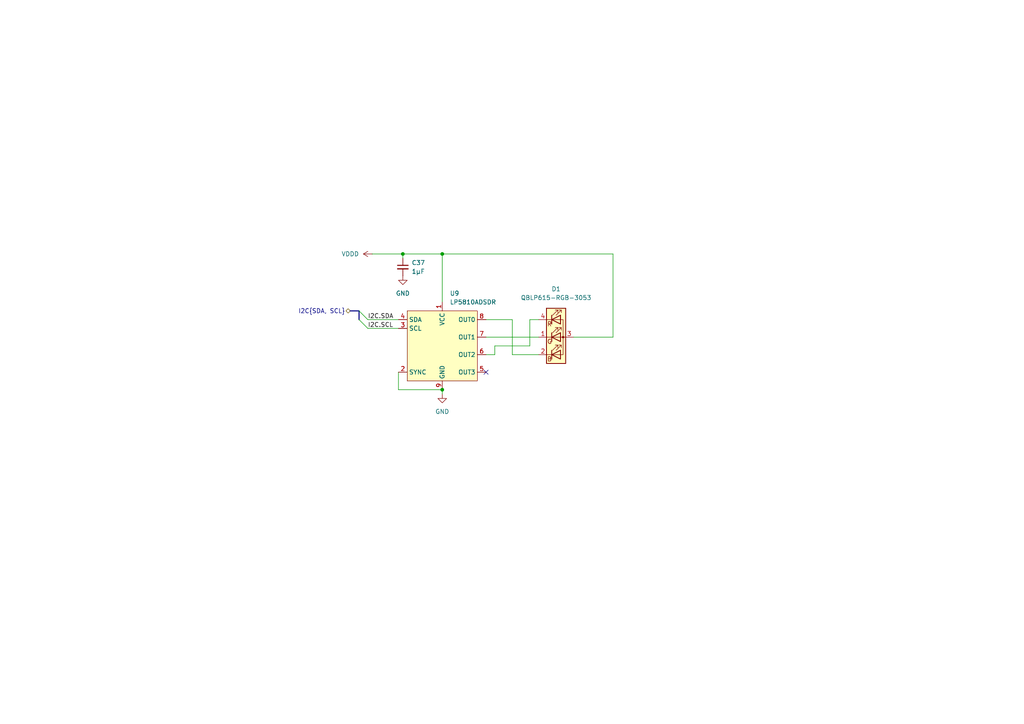
<source format=kicad_sch>
(kicad_sch (version 20231120) (generator "eeschema") (generator_version "8.0")
  (paper "A4")
  (title_block (title "RGB LED"))
  (lib_symbols
    (symbol "Device:C_Small" (pin_numbers hide) (pin_names (offset 0.254) hide)
      (property "Reference" "C" (at 0.254 1.778 0))
      (property "Value" "C_Small" (at 0.254 -2.032 0))
      (symbol "C_Small_0_1"
        (polyline (pts (xy -1.524 -0.508) (xy 1.524 -0.508)) (stroke (width 0.3302)))
        (polyline (pts (xy -1.524 0.508) (xy 1.524 0.508)) (stroke (width 0.3048)))
      )
      (symbol "C_Small_1_1"
        (pin passive line (at 0 2.54 270) (length 2.032) (name "~") (number "1"))
        (pin passive line (at 0 -2.54 90) (length 2.032) (name "~") (number "2"))
      )
    )
    (symbol "Device:LED_GBAR" (pin_names (offset 0) hide)
      (property "Reference" "D" (at 0 9.398 0))
      (property "Value" "LED_GBAR" (at 0 -8.89 0))
      (symbol "LED_GBAR_0_0"
        (text "B" (at -1.905 -6.35 0) (effects (font (size 1.27 1.27))))
        (text "G" (at -1.905 -1.27 0) (effects (font (size 1.27 1.27))))
        (text "R" (at -1.905 3.81 0) (effects (font (size 1.27 1.27))))
      )
      (symbol "LED_GBAR_0_1"
        (polyline (pts (xy -1.27 -5.08) (xy -2.54 -5.08)))
        (polyline (pts (xy -1.27 -5.08) (xy 1.27 -5.08)))
        (polyline (pts (xy -1.27 -3.81) (xy -1.27 -6.35)) (stroke (width 0.254)))
        (polyline (pts (xy -1.27 0) (xy -2.54 0)))
        (polyline (pts (xy -1.27 1.27) (xy -1.27 -1.27)) (stroke (width 0.254)))
        (polyline (pts (xy -1.27 5.08) (xy -2.54 5.08)))
        (polyline (pts (xy -1.27 5.08) (xy 1.27 5.08)))
        (polyline (pts (xy -1.27 6.35) (xy -1.27 3.81)) (stroke (width 0.254)))
        (polyline (pts (xy 1.27 0) (xy -1.27 0)))
        (polyline (pts (xy 1.27 0) (xy 2.54 0)))
        (polyline (pts (xy -1.27 1.27) (xy -1.27 -1.27) (xy -1.27 -1.27)))
        (polyline (pts (xy -1.27 6.35) (xy -1.27 3.81) (xy -1.27 3.81)))
        (polyline (pts (xy 1.27 -5.08) (xy 2.032 -5.08) (xy 2.032 5.08) (xy 1.27 5.08)))
        (polyline (pts (xy 1.27 -3.81) (xy 1.27 -6.35) (xy -1.27 -5.08) (xy 1.27 -3.81)) (stroke (width 0.254)))
        (polyline (pts (xy 1.27 1.27) (xy 1.27 -1.27) (xy -1.27 0) (xy 1.27 1.27)) (stroke (width 0.254)))
        (polyline (pts (xy 1.27 6.35) (xy 1.27 3.81) (xy -1.27 5.08) (xy 1.27 6.35)) (stroke (width 0.254)))
        (polyline (pts (xy -1.016 -3.81) (xy 0.508 -2.286) (xy -0.254 -2.286) (xy 0.508 -2.286) (xy 0.508 -3.048)))
        (polyline (pts (xy -1.016 1.27) (xy 0.508 2.794) (xy -0.254 2.794) (xy 0.508 2.794) (xy 0.508 2.032)))
        (polyline (pts (xy -1.016 6.35) (xy 0.508 7.874) (xy -0.254 7.874) (xy 0.508 7.874) (xy 0.508 7.112)))
        (polyline (pts (xy 0 -3.81) (xy 1.524 -2.286) (xy 0.762 -2.286) (xy 1.524 -2.286) (xy 1.524 -3.048)))
        (polyline (pts (xy 0 1.27) (xy 1.524 2.794) (xy 0.762 2.794) (xy 1.524 2.794) (xy 1.524 2.032)))
        (polyline (pts (xy 0 6.35) (xy 1.524 7.874) (xy 0.762 7.874) (xy 1.524 7.874) (xy 1.524 7.112)))
        (rectangle (start 1.27 -1.27) (end 1.27 1.27))
        (rectangle (start 1.27 1.27) (end 1.27 1.27))
        (rectangle (start 1.27 3.81) (end 1.27 6.35))
        (rectangle (start 1.27 6.35) (end 1.27 6.35))
        (circle (center 2.032 0) (radius 0.254) (fill (type outline)))
        (rectangle (start 2.794 8.382) (end -2.794 -7.62) (stroke (width 0.254)) (fill (type background)))
      )
      (symbol "LED_GBAR_1_1"
        (pin passive line (at -5.08 0 0) (length 2.54) (name "GK") (number "1"))
        (pin passive line (at -5.08 -5.08 0) (length 2.54) (name "BK") (number "2"))
        (pin passive line (at 5.08 0 180) (length 2.54) (name "A") (number "3"))
        (pin passive line (at -5.08 5.08 0) (length 2.54) (name "RK") (number "4"))
      )
    )
    (symbol "power:GND" (power) (pin_numbers hide) (pin_names (offset 0) hide)
      (property "Value" "GND" (at 0 -3.81 0))
      (symbol "GND_0_1"
        (polyline (pts (xy 0 0) (xy 0 -1.27) (xy 1.27 -1.27) (xy 0 -2.54) (xy -1.27 -1.27) (xy 0 -1.27)))
      )
      (symbol "GND_1_1"
        (pin power_in line (at 0 0 270) (length 0) (name "~") (number "1"))
      )
    )
    (symbol "power:VCC" (power) (pin_numbers hide) (pin_names (offset 0) hide)
      (property "Value" "VCC" (at 0 3.556 0))
      (symbol "VCC_0_1"
        (polyline (pts (xy -0.762 1.27) (xy 0 2.54)))
        (polyline (pts (xy 0 0) (xy 0 2.54)))
        (polyline (pts (xy 0 2.54) (xy 0.762 1.27)))
      )
      (symbol "VCC_1_1"
        (pin power_in line (at 0 0 90) (length 0) (name "~") (number "1"))
      )
    )
    (symbol "zeus-le:LP5810xDSDR"
      (property "Reference" "U" (at -9.398 11.176 0))
      (property "Value" "LP5810xDSDR" (at 0 0 0))
      (symbol "LP5810xDSDR_1_1"
        (rectangle (start -10.16 10.16) (end 10.16 -10.16) (fill (type background)))
        (pin power_in line (at 0 12.7 270) (length 2.54) (name "VCC") (number "1"))
        (pin bidirectional line (at -12.7 -7.62 0) (length 2.54) (name "SYNC") (number "2"))
        (pin input line (at -12.7 5.08 0) (length 2.54) (name "SCL") (number "3"))
        (pin bidirectional line (at -12.7 7.62 0) (length 2.54) (name "SDA") (number "4"))
        (pin output line (at 12.7 -7.62 180) (length 2.54) (name "OUT3") (number "5"))
        (pin output line (at 12.7 -2.54 180) (length 2.54) (name "OUT2") (number "6"))
        (pin output line (at 12.7 2.54 180) (length 2.54) (name "OUT1") (number "7"))
        (pin output line (at 12.7 7.62 180) (length 2.54) (name "OUT0") (number "8"))
        (pin power_in line (at 0 -12.7 90) (length 2.54) (name "GND") (number "9"))
      )
    )
  )
  (junction (at 128.27 113.03))
  (junction (at 116.84 73.66))
  (junction (at 128.27 73.66))
  (no_connect (at 140.97 107.95))
  (bus_entry (at 104.14 90.17) (size 2.54 2.54))
  (bus_entry (at 104.14 92.71) (size 2.54 2.54))
  (wire (pts (xy 128.27 114.3) (xy 128.27 113.03)))
  (wire (pts (xy 116.84 74.93) (xy 116.84 73.66)))
  (wire (pts (xy 177.8 97.79) (xy 166.37 97.79)))
  (wire (pts (xy 128.27 73.66) (xy 128.27 87.63)))
  (wire (pts (xy 143.51 102.87) (xy 140.97 102.87)))
  (wire (pts (xy 153.67 92.71) (xy 156.21 92.71)))
  (wire (pts (xy 143.51 100.33) (xy 153.67 100.33)))
  (wire (pts (xy 106.68 92.71) (xy 115.57 92.71)))
  (wire (pts (xy 115.57 113.03) (xy 115.57 107.95)))
  (wire (pts (xy 128.27 113.03) (xy 115.57 113.03)))
  (wire (pts (xy 140.97 92.71) (xy 148.59 92.71)))
  (wire (pts (xy 177.8 73.66) (xy 177.8 97.79)))
  (bus (pts (xy 101.6 90.17) (xy 104.14 90.17)))
  (wire (pts (xy 148.59 92.71) (xy 148.59 102.87)))
  (wire (pts (xy 153.67 100.33) (xy 153.67 92.71)))
  (wire (pts (xy 128.27 73.66) (xy 177.8 73.66)))
  (wire (pts (xy 106.68 95.25) (xy 115.57 95.25)))
  (bus (pts (xy 104.14 92.71) (xy 104.14 90.17)))
  (wire (pts (xy 143.51 102.87) (xy 143.51 100.33)))
  (wire (pts (xy 140.97 97.79) (xy 156.21 97.79)))
  (wire (pts (xy 107.95 73.66) (xy 116.84 73.66)))
  (wire (pts (xy 148.59 102.87) (xy 156.21 102.87)))
  (wire (pts (xy 116.84 73.66) (xy 128.27 73.66)))
  (label "I2C.SDA" (at 106.68 92.71 0))
  (label "I2C.SCL" (at 106.68 95.25 0))
  (hierarchical_label "I2C{SDA, SCL}" (shape bidirectional) (at 101.6 90.17 180))
  (symbol (lib_id "Device:LED_GBAR") (at 161.29 97.79 0) (unit 1)
    (property "Reference" "D1" (at 161.29 83.82 0))
    (property "Value" "QBLP615-RGB-3053" (at 161.29 86.36 0))
    (property "Footprint" "zeus-le:LED_QBLP615-RGB-3053" (effects (hide yes)))
    (property "Description" "RGB LED, green/blue/anode/red" (effects (hide yes)))
  )
  (symbol (lib_id "zeus-le:LP5810xDSDR") (at 128.27 100.33 0) (unit 1)
    (property "Reference" "U9" (at 130.4641 85.09 0) (effects (justify left)))
    (property "Value" "LP5810ADSDR" (at 130.4641 87.63 0) (effects (justify left)))
    (property "Footprint" "zeus-le:WSON-8-1EP_3x3mm_P0.65mm_EP1.65x2.4mm_ThermalVias" (effects (hide yes)))
    (property "Datasheet" "https://www.ti.com/lit/ds/symlink/lp5810.pdf" (effects (hide yes)))
    (property "Description" "4-Channel RGBW LED Driver with Autonomous Control" (effects (hide yes)))
  )
  (symbol (lib_id "power:VCC") (at 107.95 73.66 90) (mirror x) (unit 1)
    (property "Reference" "#PWR080" (effects (hide yes)))
    (property "Value" "VDDD" (at 104.14 73.6599 90) (effects (justify left)))
    (property "Description" "Digital supply, 3.4V" (effects (hide yes)))
  )
  (symbol (lib_id "power:GND") (at 116.84 80.01 0) (unit 1)
    (property "Reference" "#PWR081" (effects (hide yes)))
    (property "Value" "GND" (at 116.84 85.09 0))
    (property "Description" "Power symbol creates a global label with name \"GND\" , ground" (effects (hide yes)))
  )
  (symbol (lib_id "power:GND") (at 128.27 114.3 0) (unit 1)
    (property "Reference" "#PWR082" (effects (hide yes)))
    (property "Value" "GND" (at 128.27 119.38 0))
    (property "Description" "Power symbol creates a global label with name \"GND\" , ground" (effects (hide yes)))
  )
  (symbol (lib_id "Device:C_Small") (at 116.84 77.47 0) (unit 1)
    (property "Reference" "C37" (at 119.38 76.2062 0) (effects (justify left)))
    (property "Value" "1µF" (at 119.38 78.7462 0) (effects (justify left)))
    (property "Footprint" "Capacitor_SMD:C_0603_1608Metric" (effects (hide yes)))
    (property "Description" "Decoupling" (effects (hide yes)))
  )
)
</source>
